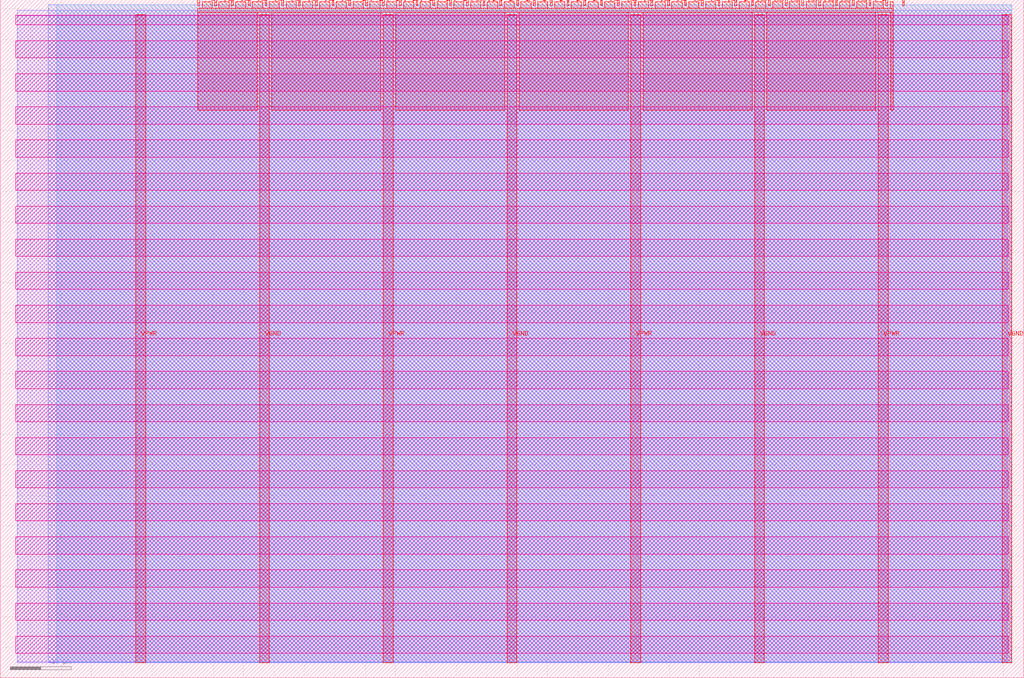
<source format=lef>
VERSION 5.7 ;
  NOWIREEXTENSIONATPIN ON ;
  DIVIDERCHAR "/" ;
  BUSBITCHARS "[]" ;
MACRO tt_um_frequency_counter
  CLASS BLOCK ;
  FOREIGN tt_um_frequency_counter ;
  ORIGIN 0.000 0.000 ;
  SIZE 168.360 BY 111.520 ;
  PIN VGND
    DIRECTION INOUT ;
    USE GROUND ;
    PORT
      LAYER met4 ;
        RECT 42.670 2.480 44.270 109.040 ;
    END
    PORT
      LAYER met4 ;
        RECT 83.380 2.480 84.980 109.040 ;
    END
    PORT
      LAYER met4 ;
        RECT 124.090 2.480 125.690 109.040 ;
    END
    PORT
      LAYER met4 ;
        RECT 164.800 2.480 166.400 109.040 ;
    END
  END VGND
  PIN VPWR
    DIRECTION INOUT ;
    USE POWER ;
    PORT
      LAYER met4 ;
        RECT 22.315 2.480 23.915 109.040 ;
    END
    PORT
      LAYER met4 ;
        RECT 63.025 2.480 64.625 109.040 ;
    END
    PORT
      LAYER met4 ;
        RECT 103.735 2.480 105.335 109.040 ;
    END
    PORT
      LAYER met4 ;
        RECT 144.445 2.480 146.045 109.040 ;
    END
  END VPWR
  PIN clk
    DIRECTION INPUT ;
    USE SIGNAL ;
    ANTENNAGATEAREA 0.852000 ;
    PORT
      LAYER met4 ;
        RECT 145.670 110.520 145.970 111.520 ;
    END
  END clk
  PIN ena
    DIRECTION INPUT ;
    USE SIGNAL ;
    PORT
      LAYER met4 ;
        RECT 148.430 110.520 148.730 111.520 ;
    END
  END ena
  PIN rst_n
    DIRECTION INPUT ;
    USE SIGNAL ;
    ANTENNAGATEAREA 0.196500 ;
    PORT
      LAYER met4 ;
        RECT 142.910 110.520 143.210 111.520 ;
    END
  END rst_n
  PIN ui_in[0]
    DIRECTION INPUT ;
    USE SIGNAL ;
    ANTENNAGATEAREA 0.196500 ;
    PORT
      LAYER met4 ;
        RECT 140.150 110.520 140.450 111.520 ;
    END
  END ui_in[0]
  PIN ui_in[1]
    DIRECTION INPUT ;
    USE SIGNAL ;
    ANTENNAGATEAREA 0.213000 ;
    PORT
      LAYER met4 ;
        RECT 137.390 110.520 137.690 111.520 ;
    END
  END ui_in[1]
  PIN ui_in[2]
    DIRECTION INPUT ;
    USE SIGNAL ;
    ANTENNAGATEAREA 0.213000 ;
    PORT
      LAYER met4 ;
        RECT 134.630 110.520 134.930 111.520 ;
    END
  END ui_in[2]
  PIN ui_in[3]
    DIRECTION INPUT ;
    USE SIGNAL ;
    PORT
      LAYER met4 ;
        RECT 131.870 110.520 132.170 111.520 ;
    END
  END ui_in[3]
  PIN ui_in[4]
    DIRECTION INPUT ;
    USE SIGNAL ;
    PORT
      LAYER met4 ;
        RECT 129.110 110.520 129.410 111.520 ;
    END
  END ui_in[4]
  PIN ui_in[5]
    DIRECTION INPUT ;
    USE SIGNAL ;
    PORT
      LAYER met4 ;
        RECT 126.350 110.520 126.650 111.520 ;
    END
  END ui_in[5]
  PIN ui_in[6]
    DIRECTION INPUT ;
    USE SIGNAL ;
    PORT
      LAYER met4 ;
        RECT 123.590 110.520 123.890 111.520 ;
    END
  END ui_in[6]
  PIN ui_in[7]
    DIRECTION INPUT ;
    USE SIGNAL ;
    PORT
      LAYER met4 ;
        RECT 120.830 110.520 121.130 111.520 ;
    END
  END ui_in[7]
  PIN uio_in[0]
    DIRECTION INPUT ;
    USE SIGNAL ;
    ANTENNAGATEAREA 0.196500 ;
    PORT
      LAYER met4 ;
        RECT 118.070 110.520 118.370 111.520 ;
    END
  END uio_in[0]
  PIN uio_in[1]
    DIRECTION INPUT ;
    USE SIGNAL ;
    ANTENNAGATEAREA 0.196500 ;
    PORT
      LAYER met4 ;
        RECT 115.310 110.520 115.610 111.520 ;
    END
  END uio_in[1]
  PIN uio_in[2]
    DIRECTION INPUT ;
    USE SIGNAL ;
    ANTENNAGATEAREA 0.196500 ;
    PORT
      LAYER met4 ;
        RECT 112.550 110.520 112.850 111.520 ;
    END
  END uio_in[2]
  PIN uio_in[3]
    DIRECTION INPUT ;
    USE SIGNAL ;
    ANTENNAGATEAREA 0.196500 ;
    PORT
      LAYER met4 ;
        RECT 109.790 110.520 110.090 111.520 ;
    END
  END uio_in[3]
  PIN uio_in[4]
    DIRECTION INPUT ;
    USE SIGNAL ;
    ANTENNAGATEAREA 0.196500 ;
    PORT
      LAYER met4 ;
        RECT 107.030 110.520 107.330 111.520 ;
    END
  END uio_in[4]
  PIN uio_in[5]
    DIRECTION INPUT ;
    USE SIGNAL ;
    ANTENNAGATEAREA 0.196500 ;
    PORT
      LAYER met4 ;
        RECT 104.270 110.520 104.570 111.520 ;
    END
  END uio_in[5]
  PIN uio_in[6]
    DIRECTION INPUT ;
    USE SIGNAL ;
    ANTENNAGATEAREA 0.196500 ;
    PORT
      LAYER met4 ;
        RECT 101.510 110.520 101.810 111.520 ;
    END
  END uio_in[6]
  PIN uio_in[7]
    DIRECTION INPUT ;
    USE SIGNAL ;
    ANTENNAGATEAREA 0.196500 ;
    PORT
      LAYER met4 ;
        RECT 98.750 110.520 99.050 111.520 ;
    END
  END uio_in[7]
  PIN uio_oe[0]
    DIRECTION OUTPUT TRISTATE ;
    USE SIGNAL ;
    ANTENNADIFFAREA 0.445500 ;
    PORT
      LAYER met4 ;
        RECT 51.830 110.520 52.130 111.520 ;
    END
  END uio_oe[0]
  PIN uio_oe[1]
    DIRECTION OUTPUT TRISTATE ;
    USE SIGNAL ;
    ANTENNADIFFAREA 0.445500 ;
    PORT
      LAYER met4 ;
        RECT 49.070 110.520 49.370 111.520 ;
    END
  END uio_oe[1]
  PIN uio_oe[2]
    DIRECTION OUTPUT TRISTATE ;
    USE SIGNAL ;
    ANTENNADIFFAREA 0.445500 ;
    PORT
      LAYER met4 ;
        RECT 46.310 110.520 46.610 111.520 ;
    END
  END uio_oe[2]
  PIN uio_oe[3]
    DIRECTION OUTPUT TRISTATE ;
    USE SIGNAL ;
    ANTENNADIFFAREA 0.445500 ;
    PORT
      LAYER met4 ;
        RECT 43.550 110.520 43.850 111.520 ;
    END
  END uio_oe[3]
  PIN uio_oe[4]
    DIRECTION OUTPUT TRISTATE ;
    USE SIGNAL ;
    ANTENNADIFFAREA 0.445500 ;
    PORT
      LAYER met4 ;
        RECT 40.790 110.520 41.090 111.520 ;
    END
  END uio_oe[4]
  PIN uio_oe[5]
    DIRECTION OUTPUT TRISTATE ;
    USE SIGNAL ;
    ANTENNADIFFAREA 0.445500 ;
    PORT
      LAYER met4 ;
        RECT 38.030 110.520 38.330 111.520 ;
    END
  END uio_oe[5]
  PIN uio_oe[6]
    DIRECTION OUTPUT TRISTATE ;
    USE SIGNAL ;
    ANTENNADIFFAREA 0.795200 ;
    PORT
      LAYER met4 ;
        RECT 35.270 110.520 35.570 111.520 ;
    END
  END uio_oe[6]
  PIN uio_oe[7]
    DIRECTION OUTPUT TRISTATE ;
    USE SIGNAL ;
    ANTENNADIFFAREA 0.795200 ;
    PORT
      LAYER met4 ;
        RECT 32.510 110.520 32.810 111.520 ;
    END
  END uio_oe[7]
  PIN uio_out[0]
    DIRECTION OUTPUT TRISTATE ;
    USE SIGNAL ;
    ANTENNAGATEAREA 2.601000 ;
    ANTENNADIFFAREA 0.891000 ;
    PORT
      LAYER met4 ;
        RECT 73.910 110.520 74.210 111.520 ;
    END
  END uio_out[0]
  PIN uio_out[1]
    DIRECTION OUTPUT TRISTATE ;
    USE SIGNAL ;
    ANTENNAGATEAREA 0.406500 ;
    ANTENNADIFFAREA 0.891000 ;
    PORT
      LAYER met4 ;
        RECT 71.150 110.520 71.450 111.520 ;
    END
  END uio_out[1]
  PIN uio_out[2]
    DIRECTION OUTPUT TRISTATE ;
    USE SIGNAL ;
    ANTENNADIFFAREA 0.795200 ;
    PORT
      LAYER met4 ;
        RECT 68.390 110.520 68.690 111.520 ;
    END
  END uio_out[2]
  PIN uio_out[3]
    DIRECTION OUTPUT TRISTATE ;
    USE SIGNAL ;
    ANTENNADIFFAREA 0.795200 ;
    PORT
      LAYER met4 ;
        RECT 65.630 110.520 65.930 111.520 ;
    END
  END uio_out[3]
  PIN uio_out[4]
    DIRECTION OUTPUT TRISTATE ;
    USE SIGNAL ;
    ANTENNADIFFAREA 0.795200 ;
    PORT
      LAYER met4 ;
        RECT 62.870 110.520 63.170 111.520 ;
    END
  END uio_out[4]
  PIN uio_out[5]
    DIRECTION OUTPUT TRISTATE ;
    USE SIGNAL ;
    ANTENNADIFFAREA 0.795200 ;
    PORT
      LAYER met4 ;
        RECT 60.110 110.520 60.410 111.520 ;
    END
  END uio_out[5]
  PIN uio_out[6]
    DIRECTION OUTPUT TRISTATE ;
    USE SIGNAL ;
    ANTENNADIFFAREA 0.795200 ;
    PORT
      LAYER met4 ;
        RECT 57.350 110.520 57.650 111.520 ;
    END
  END uio_out[6]
  PIN uio_out[7]
    DIRECTION OUTPUT TRISTATE ;
    USE SIGNAL ;
    ANTENNADIFFAREA 0.795200 ;
    PORT
      LAYER met4 ;
        RECT 54.590 110.520 54.890 111.520 ;
    END
  END uio_out[7]
  PIN uo_out[0]
    DIRECTION OUTPUT TRISTATE ;
    USE SIGNAL ;
    ANTENNADIFFAREA 0.924000 ;
    PORT
      LAYER met4 ;
        RECT 95.990 110.520 96.290 111.520 ;
    END
  END uo_out[0]
  PIN uo_out[1]
    DIRECTION OUTPUT TRISTATE ;
    USE SIGNAL ;
    ANTENNADIFFAREA 1.484000 ;
    PORT
      LAYER met4 ;
        RECT 93.230 110.520 93.530 111.520 ;
    END
  END uo_out[1]
  PIN uo_out[2]
    DIRECTION OUTPUT TRISTATE ;
    USE SIGNAL ;
    ANTENNADIFFAREA 0.445500 ;
    PORT
      LAYER met4 ;
        RECT 90.470 110.520 90.770 111.520 ;
    END
  END uo_out[2]
  PIN uo_out[3]
    DIRECTION OUTPUT TRISTATE ;
    USE SIGNAL ;
    ANTENNADIFFAREA 0.891000 ;
    PORT
      LAYER met4 ;
        RECT 87.710 110.520 88.010 111.520 ;
    END
  END uo_out[3]
  PIN uo_out[4]
    DIRECTION OUTPUT TRISTATE ;
    USE SIGNAL ;
    ANTENNAGATEAREA 0.495000 ;
    ANTENNADIFFAREA 1.242000 ;
    PORT
      LAYER met4 ;
        RECT 84.950 110.520 85.250 111.520 ;
    END
  END uo_out[4]
  PIN uo_out[5]
    DIRECTION OUTPUT TRISTATE ;
    USE SIGNAL ;
    ANTENNADIFFAREA 1.431000 ;
    PORT
      LAYER met4 ;
        RECT 82.190 110.520 82.490 111.520 ;
    END
  END uo_out[5]
  PIN uo_out[6]
    DIRECTION OUTPUT TRISTATE ;
    USE SIGNAL ;
    ANTENNADIFFAREA 1.484000 ;
    PORT
      LAYER met4 ;
        RECT 79.430 110.520 79.730 111.520 ;
    END
  END uo_out[6]
  PIN uo_out[7]
    DIRECTION OUTPUT TRISTATE ;
    USE SIGNAL ;
    ANTENNADIFFAREA 0.795200 ;
    PORT
      LAYER met4 ;
        RECT 76.670 110.520 76.970 111.520 ;
    END
  END uo_out[7]
  OBS
      LAYER nwell ;
        RECT 2.570 107.385 165.790 108.990 ;
        RECT 2.570 101.945 165.790 104.775 ;
        RECT 2.570 96.505 165.790 99.335 ;
        RECT 2.570 91.065 165.790 93.895 ;
        RECT 2.570 85.625 165.790 88.455 ;
        RECT 2.570 80.185 165.790 83.015 ;
        RECT 2.570 74.745 165.790 77.575 ;
        RECT 2.570 69.305 165.790 72.135 ;
        RECT 2.570 63.865 165.790 66.695 ;
        RECT 2.570 58.425 165.790 61.255 ;
        RECT 2.570 52.985 165.790 55.815 ;
        RECT 2.570 47.545 165.790 50.375 ;
        RECT 2.570 42.105 165.790 44.935 ;
        RECT 2.570 36.665 165.790 39.495 ;
        RECT 2.570 31.225 165.790 34.055 ;
        RECT 2.570 25.785 165.790 28.615 ;
        RECT 2.570 20.345 165.790 23.175 ;
        RECT 2.570 14.905 165.790 17.735 ;
        RECT 2.570 9.465 165.790 12.295 ;
        RECT 2.570 4.025 165.790 6.855 ;
      LAYER li1 ;
        RECT 2.760 2.635 165.600 108.885 ;
      LAYER met1 ;
        RECT 2.760 2.480 166.400 109.780 ;
      LAYER met2 ;
        RECT 7.920 2.535 166.370 110.685 ;
      LAYER met3 ;
        RECT 9.265 2.555 166.390 110.665 ;
      LAYER met4 ;
        RECT 33.210 110.120 34.870 111.170 ;
        RECT 35.970 110.120 37.630 111.170 ;
        RECT 38.730 110.120 40.390 111.170 ;
        RECT 41.490 110.120 43.150 111.170 ;
        RECT 44.250 110.120 45.910 111.170 ;
        RECT 47.010 110.120 48.670 111.170 ;
        RECT 49.770 110.120 51.430 111.170 ;
        RECT 52.530 110.120 54.190 111.170 ;
        RECT 55.290 110.120 56.950 111.170 ;
        RECT 58.050 110.120 59.710 111.170 ;
        RECT 60.810 110.120 62.470 111.170 ;
        RECT 63.570 110.120 65.230 111.170 ;
        RECT 66.330 110.120 67.990 111.170 ;
        RECT 69.090 110.120 70.750 111.170 ;
        RECT 71.850 110.120 73.510 111.170 ;
        RECT 74.610 110.120 76.270 111.170 ;
        RECT 77.370 110.120 79.030 111.170 ;
        RECT 80.130 110.120 81.790 111.170 ;
        RECT 82.890 110.120 84.550 111.170 ;
        RECT 85.650 110.120 87.310 111.170 ;
        RECT 88.410 110.120 90.070 111.170 ;
        RECT 91.170 110.120 92.830 111.170 ;
        RECT 93.930 110.120 95.590 111.170 ;
        RECT 96.690 110.120 98.350 111.170 ;
        RECT 99.450 110.120 101.110 111.170 ;
        RECT 102.210 110.120 103.870 111.170 ;
        RECT 104.970 110.120 106.630 111.170 ;
        RECT 107.730 110.120 109.390 111.170 ;
        RECT 110.490 110.120 112.150 111.170 ;
        RECT 113.250 110.120 114.910 111.170 ;
        RECT 116.010 110.120 117.670 111.170 ;
        RECT 118.770 110.120 120.430 111.170 ;
        RECT 121.530 110.120 123.190 111.170 ;
        RECT 124.290 110.120 125.950 111.170 ;
        RECT 127.050 110.120 128.710 111.170 ;
        RECT 129.810 110.120 131.470 111.170 ;
        RECT 132.570 110.120 134.230 111.170 ;
        RECT 135.330 110.120 136.990 111.170 ;
        RECT 138.090 110.120 139.750 111.170 ;
        RECT 140.850 110.120 142.510 111.170 ;
        RECT 143.610 110.120 145.270 111.170 ;
        RECT 146.370 110.120 146.905 111.170 ;
        RECT 32.510 109.440 146.905 110.120 ;
        RECT 32.510 93.335 42.270 109.440 ;
        RECT 44.670 93.335 62.625 109.440 ;
        RECT 65.025 93.335 82.980 109.440 ;
        RECT 85.380 93.335 103.335 109.440 ;
        RECT 105.735 93.335 123.690 109.440 ;
        RECT 126.090 93.335 144.045 109.440 ;
        RECT 146.445 93.335 146.905 109.440 ;
  END
END tt_um_frequency_counter
END LIBRARY


</source>
